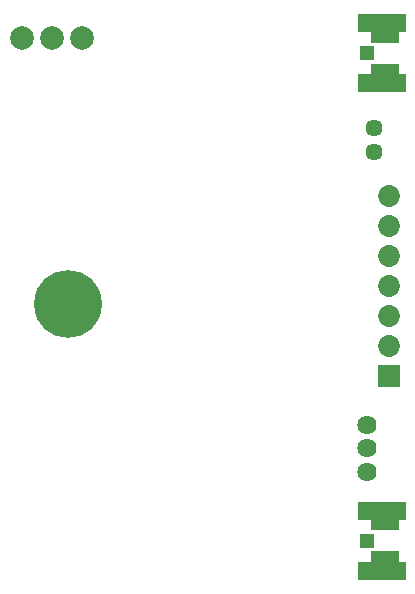
<source format=gbs>
G04 DipTrace 3.2.0.0*
G04 LFTlayout-BottomMask.gbs*
%MOIN*%
G04 #@! TF.FileFunction,Soldermask,Bot*
G04 #@! TF.Part,Single*
%ADD35R,0.16X0.06*%
%ADD36C,0.057*%
%ADD37C,0.064*%
%ADD44C,0.07874*%
%ADD101C,0.226*%
%ADD105R,0.092614X0.047339*%
%ADD107R,0.047339X0.04537*%
%ADD115C,0.072929*%
%ADD117R,0.072929X0.072929*%
%FSLAX26Y26*%
G04*
G70*
G90*
G75*
G01*
G04 BotMask*
%LPD*%
D117*
X1819016Y1119016D3*
D115*
Y1219016D3*
Y1319016D3*
Y1419016D3*
Y1519016D3*
Y1619016D3*
Y1719016D3*
D35*
X1794016Y469016D3*
Y669016D3*
Y2094016D3*
Y2294016D3*
D36*
X1769016Y1944016D3*
Y1865276D3*
D37*
X1744016Y956516D3*
Y877776D3*
Y799036D3*
D107*
Y2194016D3*
D105*
X1803880Y2252087D3*
Y2135945D3*
D107*
X1744016Y569016D3*
D105*
X1803880Y627087D3*
Y510945D3*
D101*
X748347Y1358583D3*
D44*
X694016Y2244016D3*
X794016D3*
X594016D3*
M02*

</source>
